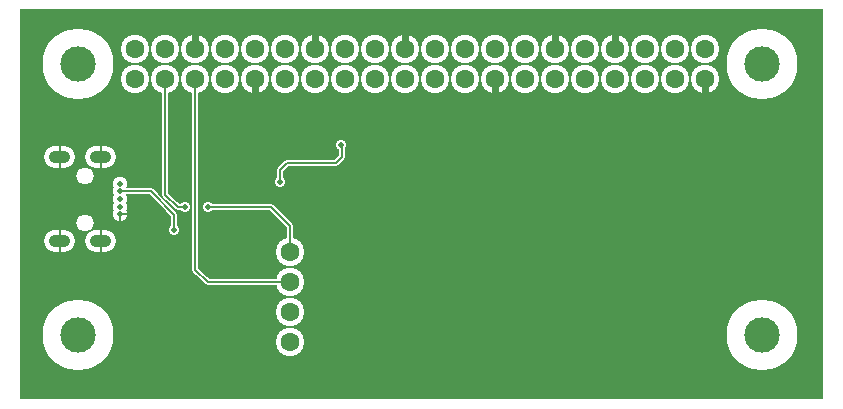
<source format=gbr>
%FSLAX34Y34*%
%MOMM*%
%LNSILK_TOP*%
G71*
G01*
%ADD10C, 6.00*%
%ADD11C, 2.40*%
%ADD12C, 1.30*%
%ADD13C, 0.90*%
%ADD14C, 0.55*%
%ADD15C, 1.85*%
%ADD16C, 1.46*%
%ADD17C, 0.15*%
%ADD18C, 0.53*%
%ADD19C, 0.17*%
%ADD20C, 3.00*%
%ADD21C, 1.60*%
%ADD22C, 0.50*%
%ADD23C, 1.05*%
%LPD*%
G36*
X0Y1000000D02*
X680000Y1000000D01*
X680000Y670000D01*
X0Y670000D01*
X0Y1000000D01*
G37*
%LPC*%
X48816Y954088D02*
G54D10*
D03*
X628253Y724694D02*
G54D10*
D03*
X48816Y724694D02*
G54D10*
D03*
X628253Y954088D02*
G54D10*
D03*
X580231Y966788D02*
G54D11*
D03*
X580230Y941384D02*
G54D11*
D03*
X554831Y966788D02*
G54D11*
D03*
X554831Y941388D02*
G54D11*
D03*
X529431Y966788D02*
G54D11*
D03*
X529431Y941388D02*
G54D11*
D03*
X504030Y966784D02*
G54D11*
D03*
X504031Y941388D02*
G54D11*
D03*
X478631Y966788D02*
G54D11*
D03*
X478631Y941388D02*
G54D11*
D03*
X453230Y966784D02*
G54D11*
D03*
X453231Y941388D02*
G54D11*
D03*
X427831Y966788D02*
G54D11*
D03*
X427831Y941388D02*
G54D11*
D03*
X402431Y966788D02*
G54D11*
D03*
X402430Y941384D02*
G54D11*
D03*
X377031Y966788D02*
G54D11*
D03*
X377031Y941388D02*
G54D11*
D03*
X351631Y966788D02*
G54D11*
D03*
X351631Y941388D02*
G54D11*
D03*
X326230Y966784D02*
G54D11*
D03*
X326231Y941388D02*
G54D11*
D03*
X300831Y966788D02*
G54D11*
D03*
X300831Y941388D02*
G54D11*
D03*
X275431Y966788D02*
G54D11*
D03*
X275431Y941388D02*
G54D11*
D03*
X250030Y966784D02*
G54D11*
D03*
X250031Y941388D02*
G54D11*
D03*
X224631Y966788D02*
G54D11*
D03*
X224631Y941388D02*
G54D11*
D03*
X199231Y966788D02*
G54D11*
D03*
X199230Y941384D02*
G54D11*
D03*
X173831Y966788D02*
G54D11*
D03*
X173831Y941388D02*
G54D11*
D03*
X148430Y966784D02*
G54D11*
D03*
X123031Y966788D02*
G54D11*
D03*
X97631Y966788D02*
G54D11*
D03*
X148431Y941388D02*
G54D11*
D03*
X123031Y941388D02*
G54D11*
D03*
X97631Y941388D02*
G54D11*
D03*
X84733Y845939D02*
G54D12*
D03*
X84733Y839391D02*
G54D12*
D03*
X271859Y885627D02*
G54D13*
D03*
X219869Y853678D02*
G54D13*
D03*
X84733Y852488D02*
G54D12*
D03*
X84733Y833041D02*
G54D12*
D03*
X84730Y826490D02*
G54D12*
D03*
G54D14*
X219869Y853678D02*
X219869Y863997D01*
X226219Y870347D01*
X267494Y870347D01*
X272256Y875109D01*
X272256Y885230D01*
X271859Y885627D01*
X139700Y832644D02*
G54D13*
D03*
X158750Y832644D02*
G54D13*
D03*
G54D14*
X148431Y941388D02*
X148431Y779462D01*
X158750Y769144D01*
X228600Y769144D01*
X228600Y794544D02*
G54D11*
D03*
X228600Y769144D02*
G54D11*
D03*
X228600Y743744D02*
G54D11*
D03*
X228600Y718344D02*
G54D11*
D03*
G54D14*
X123031Y941388D02*
X123031Y842962D01*
X133350Y832644D01*
X139700Y832644D01*
G54D14*
X158750Y832644D02*
X212725Y832644D01*
X228600Y816769D01*
X228600Y794544D01*
X130200Y813569D02*
G54D13*
D03*
G54D14*
X84733Y845939D02*
X110530Y845939D01*
X130175Y826294D01*
X130175Y813594D01*
X130200Y813569D01*
X29369Y875109D02*
G54D15*
D03*
X37306Y875109D02*
G54D15*
D03*
X37306Y803672D02*
G54D15*
D03*
X29369Y803672D02*
G54D15*
D03*
X71834Y875109D02*
G54D15*
D03*
X63897Y875109D02*
G54D15*
D03*
X71834Y803672D02*
G54D15*
D03*
X63897Y803672D02*
G54D15*
D03*
X67866Y875109D02*
G54D15*
D03*
X67866Y803672D02*
G54D15*
D03*
X33338Y803672D02*
G54D15*
D03*
X33338Y875109D02*
G54D15*
D03*
X54570Y859433D02*
G54D16*
D03*
X54570Y819348D02*
G54D16*
D03*
X71636Y875109D02*
G54D15*
D03*
X71438Y875109D02*
G54D15*
D03*
X71239Y875109D02*
G54D15*
D03*
X71041Y875109D02*
G54D15*
D03*
X70842Y875109D02*
G54D15*
D03*
X70644Y875109D02*
G54D15*
D03*
X70445Y875109D02*
G54D15*
D03*
X70247Y875109D02*
G54D15*
D03*
X70048Y875109D02*
G54D15*
D03*
X69850Y875109D02*
G54D15*
D03*
X69652Y875109D02*
G54D15*
D03*
X69453Y875109D02*
G54D15*
D03*
X69255Y875109D02*
G54D15*
D03*
X69056Y875109D02*
G54D15*
D03*
X68858Y875109D02*
G54D15*
D03*
X68659Y875109D02*
G54D15*
D03*
X68461Y875109D02*
G54D15*
D03*
X68262Y875109D02*
G54D15*
D03*
X68064Y875109D02*
G54D15*
D03*
X67667Y875109D02*
G54D15*
D03*
X67469Y875109D02*
G54D15*
D03*
X67270Y875109D02*
G54D15*
D03*
X67072Y875109D02*
G54D15*
D03*
X66873Y875109D02*
G54D15*
D03*
X66675Y875109D02*
G54D15*
D03*
X66477Y875109D02*
G54D15*
D03*
X66278Y875109D02*
G54D15*
D03*
X66080Y875109D02*
G54D15*
D03*
X65881Y875109D02*
G54D15*
D03*
X65683Y875109D02*
G54D15*
D03*
X65484Y875109D02*
G54D15*
D03*
X64095Y875109D02*
G54D15*
D03*
X64294Y875109D02*
G54D15*
D03*
X64492Y875109D02*
G54D15*
D03*
X64691Y875109D02*
G54D15*
D03*
X64889Y875109D02*
G54D15*
D03*
X65088Y875109D02*
G54D15*
D03*
X71636Y803672D02*
G54D15*
D03*
X71438Y803672D02*
G54D15*
D03*
X71239Y803672D02*
G54D15*
D03*
X71041Y803672D02*
G54D15*
D03*
X70842Y803672D02*
G54D15*
D03*
X70644Y803672D02*
G54D15*
D03*
X70445Y803672D02*
G54D15*
D03*
X70247Y803672D02*
G54D15*
D03*
X70048Y803672D02*
G54D15*
D03*
X69850Y803672D02*
G54D15*
D03*
X69652Y803672D02*
G54D15*
D03*
X69453Y803672D02*
G54D15*
D03*
X69255Y803672D02*
G54D15*
D03*
X69056Y803672D02*
G54D15*
D03*
X68858Y803672D02*
G54D15*
D03*
X68659Y803672D02*
G54D15*
D03*
X68461Y803672D02*
G54D15*
D03*
X68262Y803672D02*
G54D15*
D03*
X64095Y803672D02*
G54D15*
D03*
X64294Y803672D02*
G54D15*
D03*
X64492Y803672D02*
G54D15*
D03*
X64691Y803672D02*
G54D15*
D03*
X64889Y803672D02*
G54D15*
D03*
X65088Y803672D02*
G54D15*
D03*
X65286Y803672D02*
G54D15*
D03*
X65484Y803672D02*
G54D15*
D03*
X65683Y803672D02*
G54D15*
D03*
X65881Y803672D02*
G54D15*
D03*
X66080Y803672D02*
G54D15*
D03*
X66278Y803672D02*
G54D15*
D03*
X66477Y803672D02*
G54D15*
D03*
X66675Y803672D02*
G54D15*
D03*
X66873Y803672D02*
G54D15*
D03*
X66873Y803672D02*
G54D15*
D03*
X67072Y803672D02*
G54D15*
D03*
X67270Y803672D02*
G54D15*
D03*
X67469Y803672D02*
G54D15*
D03*
X37306Y875109D02*
G54D15*
D03*
X29369Y875109D02*
G54D15*
D03*
X33338Y875109D02*
G54D15*
D03*
X37108Y875109D02*
G54D15*
D03*
X36909Y875109D02*
G54D15*
D03*
X36711Y875109D02*
G54D15*
D03*
X36512Y875109D02*
G54D15*
D03*
X36314Y875109D02*
G54D15*
D03*
X36116Y875109D02*
G54D15*
D03*
X35917Y875109D02*
G54D15*
D03*
X35719Y875109D02*
G54D15*
D03*
X35520Y875109D02*
G54D15*
D03*
X35322Y875109D02*
G54D15*
D03*
X35123Y875109D02*
G54D15*
D03*
X34925Y875109D02*
G54D15*
D03*
X34727Y875109D02*
G54D15*
D03*
X34528Y875109D02*
G54D15*
D03*
X34330Y875109D02*
G54D15*
D03*
X34131Y875109D02*
G54D15*
D03*
X33933Y875109D02*
G54D15*
D03*
X33734Y875109D02*
G54D15*
D03*
X33536Y875109D02*
G54D15*
D03*
X33139Y875109D02*
G54D15*
D03*
X32941Y875109D02*
G54D15*
D03*
X32742Y875109D02*
G54D15*
D03*
X32544Y875109D02*
G54D15*
D03*
X32345Y875109D02*
G54D15*
D03*
X32147Y875109D02*
G54D15*
D03*
X31948Y875109D02*
G54D15*
D03*
X31750Y875109D02*
G54D15*
D03*
X31552Y875109D02*
G54D15*
D03*
X31353Y875109D02*
G54D15*
D03*
X31155Y875109D02*
G54D15*
D03*
X30956Y875109D02*
G54D15*
D03*
X29567Y875109D02*
G54D15*
D03*
X29766Y875109D02*
G54D15*
D03*
X29964Y875109D02*
G54D15*
D03*
X30162Y875109D02*
G54D15*
D03*
X30361Y875109D02*
G54D15*
D03*
X30559Y875109D02*
G54D15*
D03*
X37306Y803672D02*
G54D15*
D03*
X29369Y803672D02*
G54D15*
D03*
X33338Y803672D02*
G54D15*
D03*
X37108Y803672D02*
G54D15*
D03*
X36909Y803672D02*
G54D15*
D03*
X36711Y803672D02*
G54D15*
D03*
X36512Y803672D02*
G54D15*
D03*
X36314Y803672D02*
G54D15*
D03*
X36116Y803672D02*
G54D15*
D03*
X35917Y803672D02*
G54D15*
D03*
X35719Y803672D02*
G54D15*
D03*
X35520Y803672D02*
G54D15*
D03*
X35322Y803672D02*
G54D15*
D03*
X35123Y803672D02*
G54D15*
D03*
X34925Y803672D02*
G54D15*
D03*
X34727Y803672D02*
G54D15*
D03*
X34528Y803672D02*
G54D15*
D03*
X34330Y803672D02*
G54D15*
D03*
X34131Y803672D02*
G54D15*
D03*
X33933Y803672D02*
G54D15*
D03*
X33734Y803672D02*
G54D15*
D03*
X29567Y803672D02*
G54D15*
D03*
X29766Y803672D02*
G54D15*
D03*
X29964Y803672D02*
G54D15*
D03*
X30162Y803672D02*
G54D15*
D03*
X30361Y803672D02*
G54D15*
D03*
X30559Y803672D02*
G54D15*
D03*
X30758Y803672D02*
G54D15*
D03*
X30956Y803672D02*
G54D15*
D03*
X31155Y803672D02*
G54D15*
D03*
X31353Y803672D02*
G54D15*
D03*
X31552Y803672D02*
G54D15*
D03*
X31750Y803672D02*
G54D15*
D03*
X31948Y803672D02*
G54D15*
D03*
X32147Y803672D02*
G54D15*
D03*
X32345Y803672D02*
G54D15*
D03*
X32345Y803672D02*
G54D15*
D03*
X32544Y803672D02*
G54D15*
D03*
X32742Y803672D02*
G54D15*
D03*
X32941Y803672D02*
G54D15*
D03*
G54D17*
X33734Y885031D02*
X33734Y865981D01*
G54D17*
X68659Y885031D02*
X68659Y864394D01*
G54D17*
X33734Y794544D02*
X33734Y813594D01*
G54D17*
X68659Y794544D02*
X68659Y813594D01*
X30162Y875109D02*
G54D15*
D03*
X30956Y875109D02*
G54D15*
D03*
X31750Y875109D02*
G54D15*
D03*
X32544Y875109D02*
G54D15*
D03*
X33338Y875109D02*
G54D15*
D03*
X34131Y875109D02*
G54D15*
D03*
X34925Y875109D02*
G54D15*
D03*
X35719Y875109D02*
G54D15*
D03*
X36512Y875109D02*
G54D15*
D03*
X64691Y875109D02*
G54D15*
D03*
X65484Y875109D02*
G54D15*
D03*
X66278Y875109D02*
G54D15*
D03*
X67072Y875109D02*
G54D15*
D03*
X67866Y875109D02*
G54D15*
D03*
X68659Y875109D02*
G54D15*
D03*
X69453Y875109D02*
G54D15*
D03*
X70247Y875109D02*
G54D15*
D03*
X71041Y875109D02*
G54D15*
D03*
X71834Y875109D02*
G54D15*
D03*
X37306Y875109D02*
G54D15*
D03*
X29369Y803672D02*
G54D15*
D03*
X30162Y803672D02*
G54D15*
D03*
X30956Y803672D02*
G54D15*
D03*
X31750Y803672D02*
G54D15*
D03*
X32544Y803672D02*
G54D15*
D03*
X33338Y803672D02*
G54D15*
D03*
X34131Y803672D02*
G54D15*
D03*
X34925Y803672D02*
G54D15*
D03*
X35719Y803672D02*
G54D15*
D03*
X36512Y803672D02*
G54D15*
D03*
X37306Y803672D02*
G54D15*
D03*
X63897Y803672D02*
G54D15*
D03*
X64691Y803672D02*
G54D15*
D03*
X65484Y803672D02*
G54D15*
D03*
X66278Y803672D02*
G54D15*
D03*
X67072Y803672D02*
G54D15*
D03*
X67866Y803672D02*
G54D15*
D03*
X68659Y803672D02*
G54D15*
D03*
X69453Y803672D02*
G54D15*
D03*
X70247Y803672D02*
G54D15*
D03*
X71041Y803672D02*
G54D15*
D03*
X71834Y803672D02*
G54D15*
D03*
X29369Y875109D02*
G54D15*
D03*
X37306Y875109D02*
G54D15*
D03*
X63897Y875109D02*
G54D15*
D03*
%LPD*%
G54D18*
G36*
X582897Y941384D02*
X582897Y928884D01*
X577563Y928884D01*
X577563Y941384D01*
X582897Y941384D01*
G37*
G54D18*
G36*
X501363Y966784D02*
X501363Y979284D01*
X506697Y979284D01*
X506697Y966784D01*
X501363Y966784D01*
G37*
G54D18*
G36*
X450563Y966784D02*
X450563Y979284D01*
X455897Y979284D01*
X455897Y966784D01*
X450563Y966784D01*
G37*
G54D18*
G36*
X405097Y941384D02*
X405097Y928884D01*
X399763Y928884D01*
X399763Y941384D01*
X405097Y941384D01*
G37*
G54D18*
G36*
X323563Y966784D02*
X323563Y979284D01*
X328897Y979284D01*
X328897Y966784D01*
X323563Y966784D01*
G37*
G54D18*
G36*
X247363Y966784D02*
X247363Y979284D01*
X252697Y979284D01*
X252697Y966784D01*
X247363Y966784D01*
G37*
G54D18*
G36*
X201897Y941384D02*
X201897Y928884D01*
X196563Y928884D01*
X196563Y941384D01*
X201897Y941384D01*
G37*
G54D18*
G36*
X145763Y966784D02*
X145763Y979284D01*
X151097Y979284D01*
X151097Y966784D01*
X145763Y966784D01*
G37*
G54D19*
G36*
X84730Y827323D02*
X91730Y827323D01*
X91730Y825657D01*
X84730Y825657D01*
X84730Y827323D01*
G37*
G36*
X85563Y826490D02*
X85563Y819490D01*
X83897Y819490D01*
X83897Y826490D01*
X85563Y826490D01*
G37*
X48816Y954088D02*
G54D20*
D03*
X628253Y724694D02*
G54D20*
D03*
X48816Y724694D02*
G54D20*
D03*
X628253Y954088D02*
G54D20*
D03*
X580231Y966788D02*
G54D21*
D03*
X580230Y941384D02*
G54D21*
D03*
X554831Y966788D02*
G54D21*
D03*
X554831Y941388D02*
G54D21*
D03*
X529431Y966788D02*
G54D21*
D03*
X529431Y941388D02*
G54D21*
D03*
X504030Y966784D02*
G54D21*
D03*
X504031Y941388D02*
G54D21*
D03*
X478631Y966788D02*
G54D21*
D03*
X478631Y941388D02*
G54D21*
D03*
X453230Y966784D02*
G54D21*
D03*
X453231Y941388D02*
G54D21*
D03*
X427831Y966788D02*
G54D21*
D03*
X427831Y941388D02*
G54D21*
D03*
X402431Y966788D02*
G54D21*
D03*
X402430Y941384D02*
G54D21*
D03*
X377031Y966788D02*
G54D21*
D03*
X377031Y941388D02*
G54D21*
D03*
X351631Y966788D02*
G54D21*
D03*
X351631Y941388D02*
G54D21*
D03*
X326230Y966784D02*
G54D21*
D03*
X326231Y941388D02*
G54D21*
D03*
X300831Y966788D02*
G54D21*
D03*
X300831Y941388D02*
G54D21*
D03*
X275431Y966788D02*
G54D21*
D03*
X275431Y941388D02*
G54D21*
D03*
X250030Y966784D02*
G54D21*
D03*
X250031Y941388D02*
G54D21*
D03*
X224631Y966788D02*
G54D21*
D03*
X224631Y941388D02*
G54D21*
D03*
X199231Y966788D02*
G54D21*
D03*
X199230Y941384D02*
G54D21*
D03*
X173831Y966788D02*
G54D21*
D03*
X173831Y941388D02*
G54D21*
D03*
X148430Y966784D02*
G54D21*
D03*
X123031Y966788D02*
G54D21*
D03*
X97631Y966788D02*
G54D21*
D03*
X148431Y941388D02*
G54D21*
D03*
X123031Y941388D02*
G54D21*
D03*
X97631Y941388D02*
G54D21*
D03*
X84733Y845939D02*
G54D22*
D03*
X84733Y839391D02*
G54D22*
D03*
X271859Y885627D02*
G54D22*
D03*
X219869Y853678D02*
G54D22*
D03*
X84733Y852488D02*
G54D22*
D03*
X84733Y833041D02*
G54D22*
D03*
X84730Y826490D02*
G54D22*
D03*
G54D17*
X219869Y853678D02*
X219869Y863997D01*
X226219Y870347D01*
X267494Y870347D01*
X272256Y875109D01*
X272256Y885230D01*
X271859Y885627D01*
X139700Y832644D02*
G54D22*
D03*
X158750Y832644D02*
G54D22*
D03*
G54D17*
X148431Y941388D02*
X148431Y779462D01*
X158750Y769144D01*
X228600Y769144D01*
X228600Y794544D02*
G54D21*
D03*
X228600Y769144D02*
G54D21*
D03*
X228600Y743744D02*
G54D21*
D03*
X228600Y718344D02*
G54D21*
D03*
G54D17*
X123031Y941388D02*
X123031Y842962D01*
X133350Y832644D01*
X139700Y832644D01*
G54D17*
X158750Y832644D02*
X212725Y832644D01*
X228600Y816769D01*
X228600Y794544D01*
X130200Y813569D02*
G54D22*
D03*
G54D17*
X84733Y845939D02*
X110530Y845939D01*
X130175Y826294D01*
X130175Y813594D01*
X130200Y813569D01*
X29369Y875109D02*
G54D23*
D03*
X37306Y875109D02*
G54D23*
D03*
X37306Y803672D02*
G54D23*
D03*
X29369Y803672D02*
G54D23*
D03*
X71834Y875109D02*
G54D23*
D03*
X63897Y875109D02*
G54D23*
D03*
X71834Y803672D02*
G54D23*
D03*
X63897Y803672D02*
G54D23*
D03*
X67866Y875109D02*
G54D23*
D03*
X67866Y803672D02*
G54D23*
D03*
X33338Y803672D02*
G54D23*
D03*
X33338Y875109D02*
G54D23*
D03*
X71636Y875109D02*
G54D23*
D03*
X71438Y875109D02*
G54D23*
D03*
X71239Y875109D02*
G54D23*
D03*
X71041Y875109D02*
G54D23*
D03*
X70842Y875109D02*
G54D23*
D03*
X70644Y875109D02*
G54D23*
D03*
X70445Y875109D02*
G54D23*
D03*
X70247Y875109D02*
G54D23*
D03*
X70048Y875109D02*
G54D23*
D03*
X69850Y875109D02*
G54D23*
D03*
X69652Y875109D02*
G54D23*
D03*
X69453Y875109D02*
G54D23*
D03*
X69255Y875109D02*
G54D23*
D03*
X69056Y875109D02*
G54D23*
D03*
X68858Y875109D02*
G54D23*
D03*
X68659Y875109D02*
G54D23*
D03*
X68461Y875109D02*
G54D23*
D03*
X68262Y875109D02*
G54D23*
D03*
X68064Y875109D02*
G54D23*
D03*
X67667Y875109D02*
G54D23*
D03*
X67469Y875109D02*
G54D23*
D03*
X67270Y875109D02*
G54D23*
D03*
X67072Y875109D02*
G54D23*
D03*
X66873Y875109D02*
G54D23*
D03*
X66675Y875109D02*
G54D23*
D03*
X66477Y875109D02*
G54D23*
D03*
X66278Y875109D02*
G54D23*
D03*
X66080Y875109D02*
G54D23*
D03*
X65881Y875109D02*
G54D23*
D03*
X65683Y875109D02*
G54D23*
D03*
X65484Y875109D02*
G54D23*
D03*
X64095Y875109D02*
G54D23*
D03*
X64294Y875109D02*
G54D23*
D03*
X64492Y875109D02*
G54D23*
D03*
X64691Y875109D02*
G54D23*
D03*
X64889Y875109D02*
G54D23*
D03*
X65088Y875109D02*
G54D23*
D03*
X71636Y803672D02*
G54D23*
D03*
X71438Y803672D02*
G54D23*
D03*
X71239Y803672D02*
G54D23*
D03*
X71041Y803672D02*
G54D23*
D03*
X70842Y803672D02*
G54D23*
D03*
X70644Y803672D02*
G54D23*
D03*
X70445Y803672D02*
G54D23*
D03*
X70247Y803672D02*
G54D23*
D03*
X70048Y803672D02*
G54D23*
D03*
X69850Y803672D02*
G54D23*
D03*
X69652Y803672D02*
G54D23*
D03*
X69453Y803672D02*
G54D23*
D03*
X69255Y803672D02*
G54D23*
D03*
X69056Y803672D02*
G54D23*
D03*
X68858Y803672D02*
G54D23*
D03*
X68659Y803672D02*
G54D23*
D03*
X68461Y803672D02*
G54D23*
D03*
X68262Y803672D02*
G54D23*
D03*
X64095Y803672D02*
G54D23*
D03*
X64294Y803672D02*
G54D23*
D03*
X64492Y803672D02*
G54D23*
D03*
X64691Y803672D02*
G54D23*
D03*
X64889Y803672D02*
G54D23*
D03*
X65088Y803672D02*
G54D23*
D03*
X65286Y803672D02*
G54D23*
D03*
X65484Y803672D02*
G54D23*
D03*
X65683Y803672D02*
G54D23*
D03*
X65881Y803672D02*
G54D23*
D03*
X66080Y803672D02*
G54D23*
D03*
X66278Y803672D02*
G54D23*
D03*
X66477Y803672D02*
G54D23*
D03*
X66675Y803672D02*
G54D23*
D03*
X66873Y803672D02*
G54D23*
D03*
X66873Y803672D02*
G54D23*
D03*
X67072Y803672D02*
G54D23*
D03*
X67270Y803672D02*
G54D23*
D03*
X67469Y803672D02*
G54D23*
D03*
X37306Y875109D02*
G54D23*
D03*
X29369Y875109D02*
G54D23*
D03*
X33338Y875109D02*
G54D23*
D03*
X37108Y875109D02*
G54D23*
D03*
X36909Y875109D02*
G54D23*
D03*
X36711Y875109D02*
G54D23*
D03*
X36512Y875109D02*
G54D23*
D03*
X36314Y875109D02*
G54D23*
D03*
X36116Y875109D02*
G54D23*
D03*
X35917Y875109D02*
G54D23*
D03*
X35719Y875109D02*
G54D23*
D03*
X35520Y875109D02*
G54D23*
D03*
X35322Y875109D02*
G54D23*
D03*
X35123Y875109D02*
G54D23*
D03*
X34925Y875109D02*
G54D23*
D03*
X34727Y875109D02*
G54D23*
D03*
X34528Y875109D02*
G54D23*
D03*
X34330Y875109D02*
G54D23*
D03*
X34131Y875109D02*
G54D23*
D03*
X33933Y875109D02*
G54D23*
D03*
X33734Y875109D02*
G54D23*
D03*
X33536Y875109D02*
G54D23*
D03*
X33139Y875109D02*
G54D23*
D03*
X32941Y875109D02*
G54D23*
D03*
X32742Y875109D02*
G54D23*
D03*
X32544Y875109D02*
G54D23*
D03*
X32345Y875109D02*
G54D23*
D03*
X32147Y875109D02*
G54D23*
D03*
X31948Y875109D02*
G54D23*
D03*
X31750Y875109D02*
G54D23*
D03*
X31552Y875109D02*
G54D23*
D03*
X31353Y875109D02*
G54D23*
D03*
X31155Y875109D02*
G54D23*
D03*
X30956Y875109D02*
G54D23*
D03*
X29567Y875109D02*
G54D23*
D03*
X29766Y875109D02*
G54D23*
D03*
X29964Y875109D02*
G54D23*
D03*
X30162Y875109D02*
G54D23*
D03*
X30361Y875109D02*
G54D23*
D03*
X30559Y875109D02*
G54D23*
D03*
X37306Y803672D02*
G54D23*
D03*
X29369Y803672D02*
G54D23*
D03*
X33338Y803672D02*
G54D23*
D03*
X37108Y803672D02*
G54D23*
D03*
X36909Y803672D02*
G54D23*
D03*
X36711Y803672D02*
G54D23*
D03*
X36512Y803672D02*
G54D23*
D03*
X36314Y803672D02*
G54D23*
D03*
X36116Y803672D02*
G54D23*
D03*
X35917Y803672D02*
G54D23*
D03*
X35719Y803672D02*
G54D23*
D03*
X35520Y803672D02*
G54D23*
D03*
X35322Y803672D02*
G54D23*
D03*
X35123Y803672D02*
G54D23*
D03*
X34925Y803672D02*
G54D23*
D03*
X34727Y803672D02*
G54D23*
D03*
X34528Y803672D02*
G54D23*
D03*
X34330Y803672D02*
G54D23*
D03*
X34131Y803672D02*
G54D23*
D03*
X33933Y803672D02*
G54D23*
D03*
X33734Y803672D02*
G54D23*
D03*
X29567Y803672D02*
G54D23*
D03*
X29766Y803672D02*
G54D23*
D03*
X29964Y803672D02*
G54D23*
D03*
X30162Y803672D02*
G54D23*
D03*
X30361Y803672D02*
G54D23*
D03*
X30559Y803672D02*
G54D23*
D03*
X30758Y803672D02*
G54D23*
D03*
X30956Y803672D02*
G54D23*
D03*
X31155Y803672D02*
G54D23*
D03*
X31353Y803672D02*
G54D23*
D03*
X31552Y803672D02*
G54D23*
D03*
X31750Y803672D02*
G54D23*
D03*
X31948Y803672D02*
G54D23*
D03*
X32147Y803672D02*
G54D23*
D03*
X32345Y803672D02*
G54D23*
D03*
X32345Y803672D02*
G54D23*
D03*
X32544Y803672D02*
G54D23*
D03*
X32742Y803672D02*
G54D23*
D03*
X32941Y803672D02*
G54D23*
D03*
G54D17*
X33734Y885031D02*
X33734Y865981D01*
G54D17*
X68659Y885031D02*
X68659Y864394D01*
G54D17*
X33734Y794544D02*
X33734Y813594D01*
G54D17*
X68659Y794544D02*
X68659Y813594D01*
X30162Y875109D02*
G54D23*
D03*
X30956Y875109D02*
G54D23*
D03*
X31750Y875109D02*
G54D23*
D03*
X32544Y875109D02*
G54D23*
D03*
X33338Y875109D02*
G54D23*
D03*
X34131Y875109D02*
G54D23*
D03*
X34925Y875109D02*
G54D23*
D03*
X35719Y875109D02*
G54D23*
D03*
X36512Y875109D02*
G54D23*
D03*
X64691Y875109D02*
G54D23*
D03*
X65484Y875109D02*
G54D23*
D03*
X66278Y875109D02*
G54D23*
D03*
X67072Y875109D02*
G54D23*
D03*
X67866Y875109D02*
G54D23*
D03*
X68659Y875109D02*
G54D23*
D03*
X69453Y875109D02*
G54D23*
D03*
X70247Y875109D02*
G54D23*
D03*
X71041Y875109D02*
G54D23*
D03*
X71834Y875109D02*
G54D23*
D03*
X37306Y875109D02*
G54D23*
D03*
X29369Y803672D02*
G54D23*
D03*
X30162Y803672D02*
G54D23*
D03*
X30956Y803672D02*
G54D23*
D03*
X31750Y803672D02*
G54D23*
D03*
X32544Y803672D02*
G54D23*
D03*
X33338Y803672D02*
G54D23*
D03*
X34131Y803672D02*
G54D23*
D03*
X34925Y803672D02*
G54D23*
D03*
X35719Y803672D02*
G54D23*
D03*
X36512Y803672D02*
G54D23*
D03*
X37306Y803672D02*
G54D23*
D03*
X63897Y803672D02*
G54D23*
D03*
X64691Y803672D02*
G54D23*
D03*
X65484Y803672D02*
G54D23*
D03*
X66278Y803672D02*
G54D23*
D03*
X67072Y803672D02*
G54D23*
D03*
X67866Y803672D02*
G54D23*
D03*
X68659Y803672D02*
G54D23*
D03*
X69453Y803672D02*
G54D23*
D03*
X70247Y803672D02*
G54D23*
D03*
X71041Y803672D02*
G54D23*
D03*
X71834Y803672D02*
G54D23*
D03*
X29369Y875109D02*
G54D23*
D03*
X37306Y875109D02*
G54D23*
D03*
X63897Y875109D02*
G54D23*
D03*
M02*

</source>
